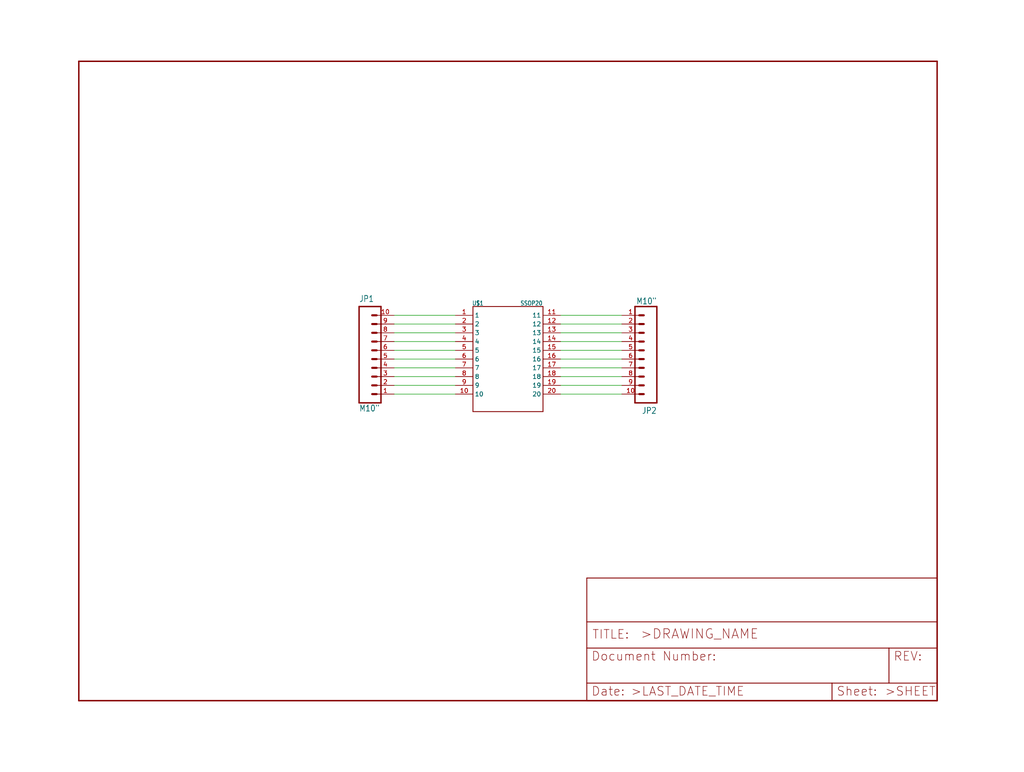
<source format=kicad_sch>
(kicad_sch (version 20211123) (generator eeschema)
  (paper "User" 297.002 223.926)
  (lib_symbols
    (symbol "schematicEagle-eagle-import:FRAME-LETTER"
      (symbol "FRAME-LETTER_1_0"
        (polyline (pts (xy 0 0) (xy 248.92 0)) (stroke (width 0.4064)))
        (polyline (pts (xy 0 185.42) (xy 0 0)) (stroke (width 0.4064)))
        (polyline (pts (xy 0 185.42) (xy 248.92 185.42)) (stroke (width 0.4064)))
        (polyline (pts (xy 248.92 185.42) (xy 248.92 0)) (stroke (width 0.4064)))
      )
      (symbol "FRAME-LETTER_2_0"
        (polyline (pts (xy 0 0) (xy 0 5.08)) (stroke (width 0.254)))
        (polyline (pts (xy 0 0) (xy 71.12 0)) (stroke (width 0.254)))
        (polyline (pts (xy 0 5.08) (xy 0 15.24)) (stroke (width 0.254)))
        (polyline (pts (xy 0 5.08) (xy 71.12 5.08)) (stroke (width 0.254)))
        (polyline (pts (xy 0 15.24) (xy 0 22.86)) (stroke (width 0.254)))
        (polyline (pts (xy 0 22.86) (xy 0 35.56)) (stroke (width 0.254)))
        (polyline (pts (xy 0 22.86) (xy 101.6 22.86)) (stroke (width 0.254)))
        (polyline (pts (xy 71.12 0) (xy 101.6 0)) (stroke (width 0.254)))
        (polyline (pts (xy 71.12 5.08) (xy 71.12 0)) (stroke (width 0.254)))
        (polyline (pts (xy 71.12 5.08) (xy 87.63 5.08)) (stroke (width 0.254)))
        (polyline (pts (xy 87.63 5.08) (xy 101.6 5.08)) (stroke (width 0.254)))
        (polyline (pts (xy 87.63 15.24) (xy 0 15.24)) (stroke (width 0.254)))
        (polyline (pts (xy 87.63 15.24) (xy 87.63 5.08)) (stroke (width 0.254)))
        (polyline (pts (xy 101.6 5.08) (xy 101.6 0)) (stroke (width 0.254)))
        (polyline (pts (xy 101.6 15.24) (xy 87.63 15.24)) (stroke (width 0.254)))
        (polyline (pts (xy 101.6 15.24) (xy 101.6 5.08)) (stroke (width 0.254)))
        (polyline (pts (xy 101.6 22.86) (xy 101.6 15.24)) (stroke (width 0.254)))
        (polyline (pts (xy 101.6 35.56) (xy 0 35.56)) (stroke (width 0.254)))
        (polyline (pts (xy 101.6 35.56) (xy 101.6 22.86)) (stroke (width 0.254)))
        (text ">DRAWING_NAME" (at 15.494 17.78 0) (effects (font (size 2.7432 2.7432)) (justify left bottom)))
        (text ">LAST_DATE_TIME" (at 12.7 1.27 0) (effects (font (size 2.54 2.54)) (justify left bottom)))
        (text ">SHEET" (at 86.36 1.27 0) (effects (font (size 2.54 2.54)) (justify left bottom)))
        (text "Date:" (at 1.27 1.27 0) (effects (font (size 2.54 2.54)) (justify left bottom)))
        (text "Document Number:" (at 1.27 11.43 0) (effects (font (size 2.54 2.54)) (justify left bottom)))
        (text "REV:" (at 88.9 11.43 0) (effects (font (size 2.54 2.54)) (justify left bottom)))
        (text "Sheet:" (at 72.39 1.27 0) (effects (font (size 2.54 2.54)) (justify left bottom)))
        (text "TITLE:" (at 1.524 17.78 0) (effects (font (size 2.54 2.54)) (justify left bottom)))
      )
    )
    (symbol "schematicEagle-eagle-import:M10{dblquote}"
      (property "Reference" "JP" (at 0 8.89 0))
      (property "Value" "M10{dblquote}" (at 0 -22.86 0))
      (symbol "M10{dblquote}_1_0"
        (polyline (pts (xy 0 7.62) (xy 0 -20.32)) (stroke (width 0.4064)))
        (polyline (pts (xy 0 7.62) (xy 6.35 7.62)) (stroke (width 0.4064)))
        (polyline (pts (xy 3.81 -17.78) (xy 5.08 -17.78)) (stroke (width 0.6096)))
        (polyline (pts (xy 3.81 -15.24) (xy 5.08 -15.24)) (stroke (width 0.6096)))
        (polyline (pts (xy 3.81 -12.7) (xy 5.08 -12.7)) (stroke (width 0.6096)))
        (polyline (pts (xy 3.81 -10.16) (xy 5.08 -10.16)) (stroke (width 0.6096)))
        (polyline (pts (xy 3.81 -7.62) (xy 5.08 -7.62)) (stroke (width 0.6096)))
        (polyline (pts (xy 3.81 -5.08) (xy 5.08 -5.08)) (stroke (width 0.6096)))
        (polyline (pts (xy 3.81 -2.54) (xy 5.08 -2.54)) (stroke (width 0.6096)))
        (polyline (pts (xy 3.81 0) (xy 5.08 0)) (stroke (width 0.6096)))
        (polyline (pts (xy 3.81 2.54) (xy 5.08 2.54)) (stroke (width 0.6096)))
        (polyline (pts (xy 3.81 5.08) (xy 5.08 5.08)) (stroke (width 0.6096)))
        (polyline (pts (xy 6.35 -20.32) (xy 0 -20.32)) (stroke (width 0.4064)))
        (polyline (pts (xy 6.35 -20.32) (xy 6.35 7.62)) (stroke (width 0.4064)))
        (pin passive line (at 10.16 -17.78 180) (length 5.08) (name "1") (number "1"))
        (pin passive line (at 10.16 5.08 180) (length 5.08) (name "10") (number "10"))
        (pin passive line (at 10.16 -15.24 180) (length 5.08) (name "2") (number "2"))
        (pin passive line (at 10.16 -12.7 180) (length 5.08) (name "3") (number "3"))
        (pin passive line (at 10.16 -10.16 180) (length 5.08) (name "4") (number "4"))
        (pin passive line (at 10.16 -7.62 180) (length 5.08) (name "5") (number "5"))
        (pin passive line (at 10.16 -5.08 180) (length 5.08) (name "6") (number "6"))
        (pin passive line (at 10.16 -2.54 180) (length 5.08) (name "7") (number "7"))
        (pin passive line (at 10.16 0 180) (length 5.08) (name "8") (number "8"))
        (pin passive line (at 10.16 2.54 180) (length 5.08) (name "9") (number "9"))
      )
    )
    (symbol "schematicEagle-eagle-import:SSOP20"
      (property "Value" "SSOP20" (at 3.556 15.494 0))
      (symbol "SSOP20_1_0"
        (polyline (pts (xy -10.16 15.24) (xy -10.16 -15.24)) (stroke (width 0.254)))
        (polyline (pts (xy 10.16 -15.24) (xy -10.16 -15.24)) (stroke (width 0.254)))
        (polyline (pts (xy 10.16 15.24) (xy -10.16 15.24)) (stroke (width 0.254)))
        (polyline (pts (xy 10.16 15.24) (xy 10.16 -15.24)) (stroke (width 0.254)))
        (pin bidirectional line (at -15.24 12.7 0) (length 5.08) (name "1") (number "1"))
        (pin bidirectional line (at -15.24 -10.16 0) (length 5.08) (name "10") (number "10"))
        (pin bidirectional line (at 15.24 12.7 180) (length 5.08) (name "11") (number "11"))
        (pin bidirectional line (at 15.24 10.16 180) (length 5.08) (name "12") (number "12"))
        (pin bidirectional line (at 15.24 7.62 180) (length 5.08) (name "13") (number "13"))
        (pin bidirectional line (at 15.24 5.08 180) (length 5.08) (name "14") (number "14"))
        (pin bidirectional line (at 15.24 2.54 180) (length 5.08) (name "15") (number "15"))
        (pin bidirectional line (at 15.24 0 180) (length 5.08) (name "16") (number "16"))
        (pin bidirectional line (at 15.24 -2.54 180) (length 5.08) (name "17") (number "17"))
        (pin bidirectional line (at 15.24 -5.08 180) (length 5.08) (name "18") (number "18"))
        (pin bidirectional line (at 15.24 -7.62 180) (length 5.08) (name "19") (number "19"))
        (pin bidirectional line (at -15.24 10.16 0) (length 5.08) (name "2") (number "2"))
        (pin bidirectional line (at 15.24 -10.16 180) (length 5.08) (name "20") (number "20"))
        (pin bidirectional line (at -15.24 7.62 0) (length 5.08) (name "3") (number "3"))
        (pin bidirectional line (at -15.24 5.08 0) (length 5.08) (name "4") (number "4"))
        (pin bidirectional line (at -15.24 2.54 0) (length 5.08) (name "5") (number "5"))
        (pin bidirectional line (at -15.24 0 0) (length 5.08) (name "6") (number "6"))
        (pin bidirectional line (at -15.24 -2.54 0) (length 5.08) (name "7") (number "7"))
        (pin bidirectional line (at -15.24 -5.08 0) (length 5.08) (name "8") (number "8"))
        (pin bidirectional line (at -15.24 -7.62 0) (length 5.08) (name "9") (number "9"))
      )
    )
  )
  (wire (pts (xy 114.3 91.44) (xy 132.08 91.44)))
  (wire (pts (xy 162.56 104.14) (xy 180.34 104.14)))
  (wire (pts (xy 114.3 101.6) (xy 132.08 101.6)))
  (wire (pts (xy 180.34 106.68) (xy 162.56 106.68)))
  (wire (pts (xy 114.3 93.98) (xy 132.08 93.98)))
  (wire (pts (xy 132.08 104.14) (xy 114.3 104.14)))
  (wire (pts (xy 180.34 96.52) (xy 162.56 96.52)))
  (wire (pts (xy 180.34 93.98) (xy 162.56 93.98)))
  (wire (pts (xy 180.34 101.6) (xy 162.56 101.6)))
  (wire (pts (xy 114.3 99.06) (xy 132.08 99.06)))
  (wire (pts (xy 114.3 111.76) (xy 132.08 111.76)))
  (wire (pts (xy 180.34 109.22) (xy 162.56 109.22)))
  (wire (pts (xy 132.08 96.52) (xy 114.3 96.52)))
  (wire (pts (xy 162.56 91.44) (xy 180.34 91.44)))
  (wire (pts (xy 114.3 109.22) (xy 132.08 109.22)))
  (wire (pts (xy 132.08 106.68) (xy 114.3 106.68)))
  (wire (pts (xy 162.56 99.06) (xy 180.34 99.06)))
  (wire (pts (xy 162.56 114.3) (xy 180.34 114.3)))
  (wire (pts (xy 162.56 111.76) (xy 180.34 111.76)))
  (wire (pts (xy 114.3 114.3) (xy 132.08 114.3)))
  (symbol (lib_id "schematicEagle-eagle-import:M10{dblquote}") (at 104.14 96.52 0) (unit 1)
    (property "Reference" "JP1" (at 104.14 87.63 0) (effects (font (size 1.778 1.5113)) (justify left bottom)))
    (property "Value" "M10{dblquote}" (at 104.14 119.38 0) (effects (font (size 1.778 1.5113)) (justify left bottom)))
    (property "Footprint" "schematicEagle:1X10" (effects hide))
  )
  (symbol (lib_id "schematicEagle-eagle-import:FRAME-LETTER") (at 170.18 203.2 0) (unit 2)
    (property "Reference" "#FRAME1" (effects hide))
    (property "Value" "FRAME-LETTER" (effects hide))
    (property "Footprint" "schematicEagle:" (effects hide))
  )
  (symbol (lib_id "schematicEagle-eagle-import:SSOP20") (at 147.32 104.14 0) (unit 1)
    (property "Reference" "U$1" (at 136.906 88.646 0) (effects (font (size 1.27 1.0795)) (justify left bottom)))
    (property "Value" "SSOP20" (at 150.876 88.646 0) (effects (font (size 1.27 1.0795)) (justify left bottom)))
    (property "Footprint" "schematicEagle:SSOP20-LONG" (effects hide))
  )
  (symbol (lib_id "schematicEagle-eagle-import:M10{dblquote}") (at 190.5 109.22 180) (unit 1)
    (property "Reference" "JP2" (at 190.5 118.11 0) (effects (font (size 1.778 1.5113)) (justify left bottom)))
    (property "Value" "M10{dblquote}" (at 190.5 86.36 0) (effects (font (size 1.778 1.5113)) (justify left bottom)))
    (property "Footprint" "schematicEagle:1X10" (effects hide))
  )
  (symbol (lib_id "schematicEagle-eagle-import:FRAME-LETTER") (at 22.86 203.2 0) (unit 1)
    (property "Reference" "#FRAME1" (effects hide))
    (property "Value" "FRAME-LETTER" (effects hide))
    (property "Footprint" "schematicEagle:" (effects hide))
  )
)
</source>
